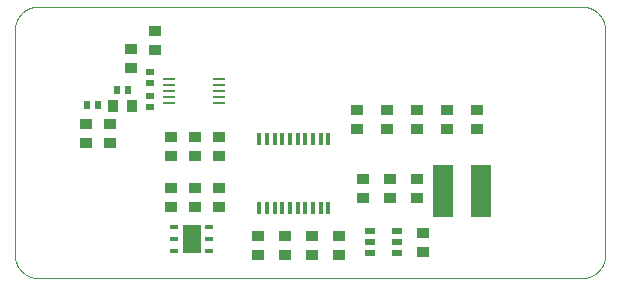
<source format=gtp>
G75*
%MOIN*%
%OFA0B0*%
%FSLAX25Y25*%
%IPPOS*%
%LPD*%
%AMOC8*
5,1,8,0,0,1.08239X$1,22.5*
%
%ADD10C,0.00000*%
%ADD11R,0.03937X0.00984*%
%ADD12R,0.03937X0.03740*%
%ADD13R,0.03740X0.03937*%
%ADD14R,0.03150X0.01772*%
%ADD15R,0.05906X0.09449*%
%ADD16R,0.02323X0.02835*%
%ADD17R,0.02835X0.02323*%
%ADD18R,0.01200X0.03900*%
%ADD19R,0.03543X0.02362*%
%ADD20R,0.06890X0.17717*%
D10*
X0010374Y0002500D02*
X0191476Y0002500D01*
X0191666Y0002502D01*
X0191856Y0002509D01*
X0192046Y0002521D01*
X0192236Y0002537D01*
X0192425Y0002557D01*
X0192614Y0002583D01*
X0192802Y0002612D01*
X0192989Y0002647D01*
X0193175Y0002686D01*
X0193360Y0002729D01*
X0193545Y0002777D01*
X0193728Y0002829D01*
X0193909Y0002885D01*
X0194089Y0002946D01*
X0194268Y0003012D01*
X0194445Y0003081D01*
X0194621Y0003155D01*
X0194794Y0003233D01*
X0194966Y0003316D01*
X0195135Y0003402D01*
X0195303Y0003492D01*
X0195468Y0003587D01*
X0195631Y0003685D01*
X0195791Y0003788D01*
X0195949Y0003894D01*
X0196104Y0004004D01*
X0196257Y0004117D01*
X0196407Y0004235D01*
X0196553Y0004356D01*
X0196697Y0004480D01*
X0196838Y0004608D01*
X0196976Y0004739D01*
X0197111Y0004874D01*
X0197242Y0005012D01*
X0197370Y0005153D01*
X0197494Y0005297D01*
X0197615Y0005443D01*
X0197733Y0005593D01*
X0197846Y0005746D01*
X0197956Y0005901D01*
X0198062Y0006059D01*
X0198165Y0006219D01*
X0198263Y0006382D01*
X0198358Y0006547D01*
X0198448Y0006715D01*
X0198534Y0006884D01*
X0198617Y0007056D01*
X0198695Y0007229D01*
X0198769Y0007405D01*
X0198838Y0007582D01*
X0198904Y0007761D01*
X0198965Y0007941D01*
X0199021Y0008122D01*
X0199073Y0008305D01*
X0199121Y0008490D01*
X0199164Y0008675D01*
X0199203Y0008861D01*
X0199238Y0009048D01*
X0199267Y0009236D01*
X0199293Y0009425D01*
X0199313Y0009614D01*
X0199329Y0009804D01*
X0199341Y0009994D01*
X0199348Y0010184D01*
X0199350Y0010374D01*
X0199350Y0085177D01*
X0199348Y0085367D01*
X0199341Y0085557D01*
X0199329Y0085747D01*
X0199313Y0085937D01*
X0199293Y0086126D01*
X0199267Y0086315D01*
X0199238Y0086503D01*
X0199203Y0086690D01*
X0199164Y0086876D01*
X0199121Y0087061D01*
X0199073Y0087246D01*
X0199021Y0087429D01*
X0198965Y0087610D01*
X0198904Y0087790D01*
X0198838Y0087969D01*
X0198769Y0088146D01*
X0198695Y0088322D01*
X0198617Y0088495D01*
X0198534Y0088667D01*
X0198448Y0088836D01*
X0198358Y0089004D01*
X0198263Y0089169D01*
X0198165Y0089332D01*
X0198062Y0089492D01*
X0197956Y0089650D01*
X0197846Y0089805D01*
X0197733Y0089958D01*
X0197615Y0090108D01*
X0197494Y0090254D01*
X0197370Y0090398D01*
X0197242Y0090539D01*
X0197111Y0090677D01*
X0196976Y0090812D01*
X0196838Y0090943D01*
X0196697Y0091071D01*
X0196553Y0091195D01*
X0196407Y0091316D01*
X0196257Y0091434D01*
X0196104Y0091547D01*
X0195949Y0091657D01*
X0195791Y0091763D01*
X0195631Y0091866D01*
X0195468Y0091964D01*
X0195303Y0092059D01*
X0195135Y0092149D01*
X0194966Y0092235D01*
X0194794Y0092318D01*
X0194621Y0092396D01*
X0194445Y0092470D01*
X0194268Y0092539D01*
X0194089Y0092605D01*
X0193909Y0092666D01*
X0193728Y0092722D01*
X0193545Y0092774D01*
X0193360Y0092822D01*
X0193175Y0092865D01*
X0192989Y0092904D01*
X0192802Y0092939D01*
X0192614Y0092968D01*
X0192425Y0092994D01*
X0192236Y0093014D01*
X0192046Y0093030D01*
X0191856Y0093042D01*
X0191666Y0093049D01*
X0191476Y0093051D01*
X0010374Y0093051D01*
X0010184Y0093049D01*
X0009994Y0093042D01*
X0009804Y0093030D01*
X0009614Y0093014D01*
X0009425Y0092994D01*
X0009236Y0092968D01*
X0009048Y0092939D01*
X0008861Y0092904D01*
X0008675Y0092865D01*
X0008490Y0092822D01*
X0008305Y0092774D01*
X0008122Y0092722D01*
X0007941Y0092666D01*
X0007761Y0092605D01*
X0007582Y0092539D01*
X0007405Y0092470D01*
X0007229Y0092396D01*
X0007056Y0092318D01*
X0006884Y0092235D01*
X0006715Y0092149D01*
X0006547Y0092059D01*
X0006382Y0091964D01*
X0006219Y0091866D01*
X0006059Y0091763D01*
X0005901Y0091657D01*
X0005746Y0091547D01*
X0005593Y0091434D01*
X0005443Y0091316D01*
X0005297Y0091195D01*
X0005153Y0091071D01*
X0005012Y0090943D01*
X0004874Y0090812D01*
X0004739Y0090677D01*
X0004608Y0090539D01*
X0004480Y0090398D01*
X0004356Y0090254D01*
X0004235Y0090108D01*
X0004117Y0089958D01*
X0004004Y0089805D01*
X0003894Y0089650D01*
X0003788Y0089492D01*
X0003685Y0089332D01*
X0003587Y0089169D01*
X0003492Y0089004D01*
X0003402Y0088836D01*
X0003316Y0088667D01*
X0003233Y0088495D01*
X0003155Y0088322D01*
X0003081Y0088146D01*
X0003012Y0087969D01*
X0002946Y0087790D01*
X0002885Y0087610D01*
X0002829Y0087429D01*
X0002777Y0087246D01*
X0002729Y0087061D01*
X0002686Y0086876D01*
X0002647Y0086690D01*
X0002612Y0086503D01*
X0002583Y0086315D01*
X0002557Y0086126D01*
X0002537Y0085937D01*
X0002521Y0085747D01*
X0002509Y0085557D01*
X0002502Y0085367D01*
X0002500Y0085177D01*
X0002500Y0010374D01*
X0002502Y0010184D01*
X0002509Y0009994D01*
X0002521Y0009804D01*
X0002537Y0009614D01*
X0002557Y0009425D01*
X0002583Y0009236D01*
X0002612Y0009048D01*
X0002647Y0008861D01*
X0002686Y0008675D01*
X0002729Y0008490D01*
X0002777Y0008305D01*
X0002829Y0008122D01*
X0002885Y0007941D01*
X0002946Y0007761D01*
X0003012Y0007582D01*
X0003081Y0007405D01*
X0003155Y0007229D01*
X0003233Y0007056D01*
X0003316Y0006884D01*
X0003402Y0006715D01*
X0003492Y0006547D01*
X0003587Y0006382D01*
X0003685Y0006219D01*
X0003788Y0006059D01*
X0003894Y0005901D01*
X0004004Y0005746D01*
X0004117Y0005593D01*
X0004235Y0005443D01*
X0004356Y0005297D01*
X0004480Y0005153D01*
X0004608Y0005012D01*
X0004739Y0004874D01*
X0004874Y0004739D01*
X0005012Y0004608D01*
X0005153Y0004480D01*
X0005297Y0004356D01*
X0005443Y0004235D01*
X0005593Y0004117D01*
X0005746Y0004004D01*
X0005901Y0003894D01*
X0006059Y0003788D01*
X0006219Y0003685D01*
X0006382Y0003587D01*
X0006547Y0003492D01*
X0006715Y0003402D01*
X0006884Y0003316D01*
X0007056Y0003233D01*
X0007229Y0003155D01*
X0007405Y0003081D01*
X0007582Y0003012D01*
X0007761Y0002946D01*
X0007941Y0002885D01*
X0008122Y0002829D01*
X0008305Y0002777D01*
X0008490Y0002729D01*
X0008675Y0002686D01*
X0008861Y0002647D01*
X0009048Y0002612D01*
X0009236Y0002583D01*
X0009425Y0002557D01*
X0009614Y0002537D01*
X0009804Y0002521D01*
X0009994Y0002509D01*
X0010184Y0002502D01*
X0010374Y0002500D01*
D11*
X0054070Y0060862D03*
X0054070Y0062831D03*
X0054070Y0064799D03*
X0054070Y0066768D03*
X0054070Y0068736D03*
X0070709Y0068736D03*
X0070709Y0066768D03*
X0070709Y0064799D03*
X0070709Y0062831D03*
X0070709Y0060862D03*
D12*
X0070500Y0049650D03*
X0062500Y0049650D03*
X0054500Y0049650D03*
X0054500Y0043350D03*
X0062500Y0043350D03*
X0070500Y0043350D03*
X0070500Y0032650D03*
X0062500Y0032650D03*
X0054500Y0032650D03*
X0054500Y0026350D03*
X0062500Y0026350D03*
X0070500Y0026350D03*
X0083500Y0016650D03*
X0092500Y0016650D03*
X0101500Y0016650D03*
X0110500Y0016650D03*
X0110500Y0010350D03*
X0101500Y0010350D03*
X0092500Y0010350D03*
X0083500Y0010350D03*
X0118500Y0029350D03*
X0127500Y0029350D03*
X0136500Y0029350D03*
X0136500Y0035650D03*
X0127500Y0035650D03*
X0118500Y0035650D03*
X0116500Y0052350D03*
X0126500Y0052350D03*
X0136500Y0052350D03*
X0146500Y0052350D03*
X0156500Y0052350D03*
X0156500Y0058650D03*
X0146500Y0058650D03*
X0136500Y0058650D03*
X0126500Y0058650D03*
X0116500Y0058650D03*
X0049406Y0078650D03*
X0041390Y0078949D03*
X0049406Y0084949D03*
X0041390Y0072650D03*
X0034390Y0053849D03*
X0026390Y0053949D03*
X0026390Y0047650D03*
X0034390Y0047550D03*
X0138500Y0017650D03*
X0138500Y0011350D03*
D13*
X0041539Y0059799D03*
X0035240Y0059799D03*
D14*
X0055594Y0019437D03*
X0055594Y0015500D03*
X0055594Y0011563D03*
X0067406Y0011563D03*
X0067406Y0015500D03*
X0067406Y0019437D03*
D15*
X0061500Y0015500D03*
D16*
X0030280Y0060299D03*
X0026500Y0060299D03*
X0036500Y0065299D03*
X0040280Y0065299D03*
D17*
X0047500Y0063390D03*
X0047500Y0059610D03*
X0047500Y0067610D03*
X0047500Y0071390D03*
D18*
X0083984Y0048987D03*
X0086543Y0048987D03*
X0089102Y0048987D03*
X0091661Y0048987D03*
X0094220Y0048987D03*
X0096780Y0048987D03*
X0099339Y0048987D03*
X0101898Y0048987D03*
X0104457Y0048987D03*
X0107016Y0048987D03*
X0107016Y0026013D03*
X0104457Y0026013D03*
X0101898Y0026013D03*
X0099339Y0026013D03*
X0096780Y0026013D03*
X0094220Y0026013D03*
X0091661Y0026013D03*
X0089102Y0026013D03*
X0086543Y0026013D03*
X0083984Y0026013D03*
D19*
X0120972Y0018240D03*
X0120972Y0014500D03*
X0120972Y0010760D03*
X0130028Y0010760D03*
X0130028Y0014500D03*
X0130028Y0018240D03*
D20*
X0145102Y0031500D03*
X0157898Y0031500D03*
M02*

</source>
